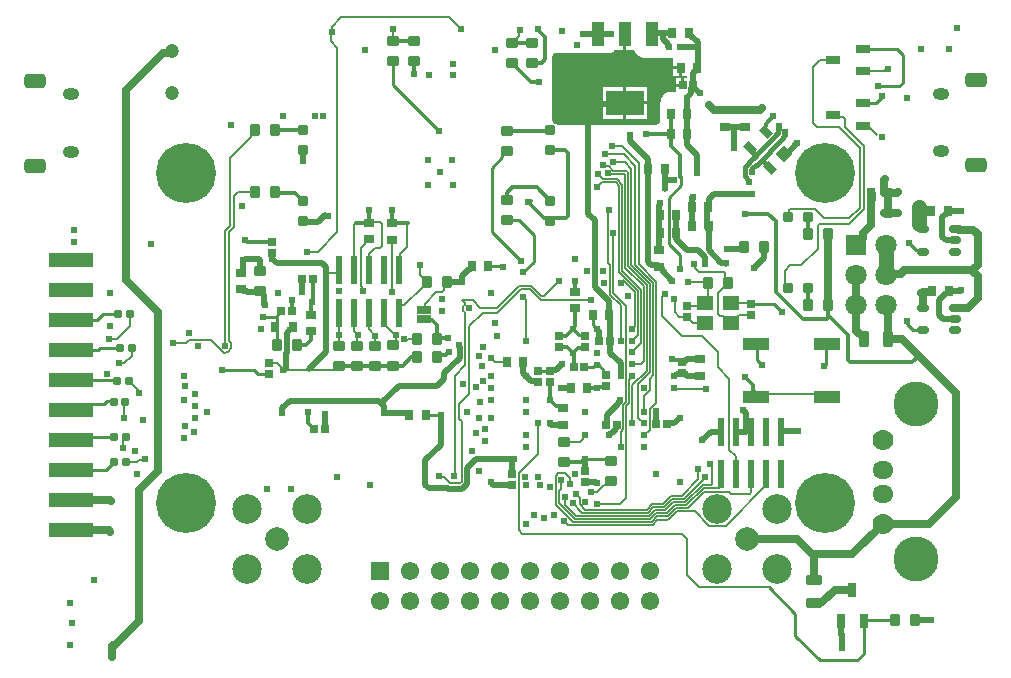
<source format=gbl>
G04*
G04 #@! TF.GenerationSoftware,Altium Limited,Altium Designer,19.1.7 (138)*
G04*
G04 Layer_Physical_Order=4*
G04 Layer_Color=16711680*
%FSLAX25Y25*%
%MOIN*%
G70*
G01*
G75*
%ADD12C,0.02000*%
%ADD14C,0.00500*%
%ADD17C,0.01000*%
G04:AMPARAMS|DCode=24|XSize=23.62mil|YSize=23.62mil|CornerRadius=2.36mil|HoleSize=0mil|Usage=FLASHONLY|Rotation=270.000|XOffset=0mil|YOffset=0mil|HoleType=Round|Shape=RoundedRectangle|*
%AMROUNDEDRECTD24*
21,1,0.02362,0.01890,0,0,270.0*
21,1,0.01890,0.02362,0,0,270.0*
1,1,0.00472,-0.00945,-0.00945*
1,1,0.00472,-0.00945,0.00945*
1,1,0.00472,0.00945,0.00945*
1,1,0.00472,0.00945,-0.00945*
%
%ADD24ROUNDEDRECTD24*%
%ADD27R,0.02520X0.02520*%
%ADD28R,0.05512X0.04724*%
G04:AMPARAMS|DCode=29|XSize=39.37mil|YSize=35.43mil|CornerRadius=4.43mil|HoleSize=0mil|Usage=FLASHONLY|Rotation=0.000|XOffset=0mil|YOffset=0mil|HoleType=Round|Shape=RoundedRectangle|*
%AMROUNDEDRECTD29*
21,1,0.03937,0.02657,0,0,0.0*
21,1,0.03051,0.03543,0,0,0.0*
1,1,0.00886,0.01526,-0.01329*
1,1,0.00886,-0.01526,-0.01329*
1,1,0.00886,-0.01526,0.01329*
1,1,0.00886,0.01526,0.01329*
%
%ADD29ROUNDEDRECTD29*%
%ADD31R,0.02520X0.02520*%
%ADD32R,0.02953X0.03740*%
G04:AMPARAMS|DCode=33|XSize=39.37mil|YSize=35.43mil|CornerRadius=4.43mil|HoleSize=0mil|Usage=FLASHONLY|Rotation=270.000|XOffset=0mil|YOffset=0mil|HoleType=Round|Shape=RoundedRectangle|*
%AMROUNDEDRECTD33*
21,1,0.03937,0.02657,0,0,270.0*
21,1,0.03051,0.03543,0,0,270.0*
1,1,0.00886,-0.01329,-0.01526*
1,1,0.00886,-0.01329,0.01526*
1,1,0.00886,0.01329,0.01526*
1,1,0.00886,0.01329,-0.01526*
%
%ADD33ROUNDEDRECTD33*%
%ADD41R,0.03740X0.02953*%
%ADD42R,0.15000X0.05000*%
%ADD94C,0.00600*%
%ADD95C,0.01500*%
%ADD96C,0.02500*%
%ADD97C,0.00800*%
%ADD98C,0.01200*%
%ADD99C,0.05000*%
%ADD101C,0.04724*%
%ADD102C,0.07874*%
%ADD103C,0.09843*%
%ADD104R,0.06102X0.06102*%
%ADD105C,0.06102*%
G04:AMPARAMS|DCode=106|XSize=39.37mil|YSize=55.12mil|CornerRadius=19.68mil|HoleSize=0mil|Usage=FLASHONLY|Rotation=90.000|XOffset=0mil|YOffset=0mil|HoleType=Round|Shape=RoundedRectangle|*
%AMROUNDEDRECTD106*
21,1,0.03937,0.01575,0,0,90.0*
21,1,0.00000,0.05512,0,0,90.0*
1,1,0.03937,0.00787,0.00000*
1,1,0.03937,0.00787,0.00000*
1,1,0.03937,-0.00787,0.00000*
1,1,0.03937,-0.00787,0.00000*
%
%ADD106ROUNDEDRECTD106*%
G04:AMPARAMS|DCode=107|XSize=47.24mil|YSize=70.87mil|CornerRadius=11.81mil|HoleSize=0mil|Usage=FLASHONLY|Rotation=90.000|XOffset=0mil|YOffset=0mil|HoleType=Round|Shape=RoundedRectangle|*
%AMROUNDEDRECTD107*
21,1,0.04724,0.04724,0,0,90.0*
21,1,0.02362,0.07087,0,0,90.0*
1,1,0.02362,0.02362,0.01181*
1,1,0.02362,0.02362,-0.01181*
1,1,0.02362,-0.02362,-0.01181*
1,1,0.02362,-0.02362,0.01181*
%
%ADD107ROUNDEDRECTD107*%
%ADD108C,0.07087*%
%ADD109R,0.07087X0.07087*%
%ADD110C,0.15000*%
%ADD111C,0.07000*%
%ADD112O,0.07000X0.06000*%
%ADD113C,0.02400*%
%ADD114C,0.20000*%
%ADD115R,0.09055X0.04331*%
%ADD116R,0.02362X0.09449*%
%ADD117R,0.02559X0.04724*%
G04:AMPARAMS|DCode=118|XSize=51.18mil|YSize=31.5mil|CornerRadius=3.94mil|HoleSize=0mil|Usage=FLASHONLY|Rotation=0.000|XOffset=0mil|YOffset=0mil|HoleType=Round|Shape=RoundedRectangle|*
%AMROUNDEDRECTD118*
21,1,0.05118,0.02362,0,0,0.0*
21,1,0.04331,0.03150,0,0,0.0*
1,1,0.00787,0.02165,-0.01181*
1,1,0.00787,-0.02165,-0.01181*
1,1,0.00787,-0.02165,0.01181*
1,1,0.00787,0.02165,0.01181*
%
%ADD118ROUNDEDRECTD118*%
%ADD119R,0.05000X0.02500*%
%ADD120R,0.02520X0.03622*%
G04:AMPARAMS|DCode=121|XSize=31.5mil|YSize=31.5mil|CornerRadius=3.94mil|HoleSize=0mil|Usage=FLASHONLY|Rotation=270.000|XOffset=0mil|YOffset=0mil|HoleType=Round|Shape=RoundedRectangle|*
%AMROUNDEDRECTD121*
21,1,0.03150,0.02362,0,0,270.0*
21,1,0.02362,0.03150,0,0,270.0*
1,1,0.00787,-0.01181,-0.01181*
1,1,0.00787,-0.01181,0.01181*
1,1,0.00787,0.01181,0.01181*
1,1,0.00787,0.01181,-0.01181*
%
%ADD121ROUNDEDRECTD121*%
%ADD122R,0.03937X0.08465*%
%ADD123R,0.12795X0.08465*%
%ADD124P,0.05568X4X90.0*%
G04:AMPARAMS|DCode=125|XSize=23.62mil|YSize=39.37mil|CornerRadius=0mil|HoleSize=0mil|Usage=FLASHONLY|Rotation=45.000|XOffset=0mil|YOffset=0mil|HoleType=Round|Shape=Rectangle|*
%AMROTATEDRECTD125*
4,1,4,0.00557,-0.02227,-0.02227,0.00557,-0.00557,0.02227,0.02227,-0.00557,0.00557,-0.02227,0.0*
%
%ADD125ROTATEDRECTD125*%

%ADD126R,0.04724X0.02559*%
G04:AMPARAMS|DCode=127|XSize=41.34mil|YSize=23.62mil|CornerRadius=5.91mil|HoleSize=0mil|Usage=FLASHONLY|Rotation=0.000|XOffset=0mil|YOffset=0mil|HoleType=Round|Shape=RoundedRectangle|*
%AMROUNDEDRECTD127*
21,1,0.04134,0.01181,0,0,0.0*
21,1,0.02953,0.02362,0,0,0.0*
1,1,0.01181,0.01476,-0.00591*
1,1,0.01181,-0.01476,-0.00591*
1,1,0.01181,-0.01476,0.00591*
1,1,0.01181,0.01476,0.00591*
%
%ADD127ROUNDEDRECTD127*%
G04:AMPARAMS|DCode=128|XSize=51.18mil|YSize=31.5mil|CornerRadius=3.94mil|HoleSize=0mil|Usage=FLASHONLY|Rotation=270.000|XOffset=0mil|YOffset=0mil|HoleType=Round|Shape=RoundedRectangle|*
%AMROUNDEDRECTD128*
21,1,0.05118,0.02362,0,0,270.0*
21,1,0.04331,0.03150,0,0,270.0*
1,1,0.00787,-0.01181,-0.02165*
1,1,0.00787,-0.01181,0.02165*
1,1,0.00787,0.01181,0.02165*
1,1,0.00787,0.01181,-0.02165*
%
%ADD128ROUNDEDRECTD128*%
G04:AMPARAMS|DCode=129|XSize=31.5mil|YSize=31.5mil|CornerRadius=3.94mil|HoleSize=0mil|Usage=FLASHONLY|Rotation=180.000|XOffset=0mil|YOffset=0mil|HoleType=Round|Shape=RoundedRectangle|*
%AMROUNDEDRECTD129*
21,1,0.03150,0.02362,0,0,180.0*
21,1,0.02362,0.03150,0,0,180.0*
1,1,0.00787,-0.01181,0.01181*
1,1,0.00787,0.01181,0.01181*
1,1,0.00787,0.01181,-0.01181*
1,1,0.00787,-0.01181,-0.01181*
%
%ADD129ROUNDEDRECTD129*%
G36*
X202772Y207289D02*
X204791D01*
X205253Y207259D01*
X205259Y207226D01*
X205537Y206556D01*
X205940Y205953D01*
X206453Y205440D01*
X207056Y205037D01*
X207726Y204759D01*
X208437Y204618D01*
X208800Y204600D01*
X218243D01*
X218412Y204170D01*
X218412D01*
Y201800D01*
X220888D01*
Y201300D01*
X221388D01*
Y198430D01*
X222800D01*
Y197660D01*
X221989D01*
Y195400D01*
X221489D01*
Y194900D01*
X219229D01*
Y193200D01*
X217500D01*
X217167Y193184D01*
X216513Y193054D01*
X215897Y192798D01*
X215343Y192428D01*
X214872Y191957D01*
X214502Y191403D01*
X214246Y190787D01*
X214116Y190133D01*
X214100Y189800D01*
Y183782D01*
X213780Y183010D01*
X213190Y182420D01*
X212418Y182100D01*
X179862D01*
X179177Y182384D01*
X178960Y182529D01*
X178435Y183054D01*
X178100Y183862D01*
Y184300D01*
Y205079D01*
X178313Y205593D01*
X178707Y205987D01*
X179221Y206200D01*
X197300D01*
X197612Y206231D01*
X198189Y206470D01*
X198630Y206911D01*
X198804Y207330D01*
X199304Y207289D01*
Y207289D01*
X201772D01*
Y212521D01*
X202772D01*
Y207289D01*
D02*
G37*
%LPC*%
G36*
X220388Y200800D02*
X218412D01*
Y198430D01*
X220388D01*
Y200800D01*
D02*
G37*
G36*
X220989Y197660D02*
X219229D01*
Y195900D01*
X220989D01*
Y197660D01*
D02*
G37*
G36*
X209670Y194722D02*
X202772D01*
Y189989D01*
X209670D01*
Y194722D01*
D02*
G37*
G36*
X201772D02*
X194875D01*
Y189989D01*
X201772D01*
Y194722D01*
D02*
G37*
G36*
X209670Y188989D02*
X202772D01*
Y184257D01*
X209670D01*
Y188989D01*
D02*
G37*
G36*
X201772D02*
X194875D01*
Y184257D01*
X201772D01*
Y188989D01*
D02*
G37*
%LPD*%
D12*
X226500Y200800D02*
Y208200D01*
X222900Y191308D02*
X224249Y192657D01*
X222900Y191200D02*
Y191308D01*
X222975Y175325D02*
Y185866D01*
X215455Y161000D02*
Y164300D01*
X224606Y148622D02*
Y158106D01*
X213600Y140456D02*
Y155500D01*
X242600Y79945D02*
Y86292D01*
X95000Y149866D02*
X100066D01*
X102300Y152100D01*
X229900Y154700D02*
X230300Y155100D01*
X229700Y147900D02*
Y154344D01*
X210000Y160200D02*
Y170900D01*
X235723Y136076D02*
X235900Y135900D01*
X140900Y85500D02*
X140924Y85476D01*
X228800Y135800D02*
Y138164D01*
X197660Y212521D02*
X197700Y212481D01*
X193217Y212521D02*
X197660D01*
X216700Y208383D02*
Y209055D01*
Y208383D02*
X216723Y208359D01*
Y208077D02*
Y208359D01*
Y208077D02*
X216800Y208000D01*
X214800Y212800D02*
X217944D01*
X211607D02*
X214800D01*
Y210955D02*
X216700Y209055D01*
X214800Y210955D02*
Y212800D01*
X211328Y212521D02*
X211607Y212800D01*
X121900Y86000D02*
Y88600D01*
X121100Y89400D02*
X121900Y88600D01*
X120300Y90200D02*
X121100Y89400D01*
X147150Y104650D02*
Y108302D01*
X146800Y108652D02*
X147150Y108302D01*
X146800Y108652D02*
Y108760D01*
X142028Y99528D02*
X147150Y104650D01*
X142028Y97480D02*
Y99528D01*
X139748Y95200D02*
X142028Y97480D01*
X126900Y95200D02*
X139748D01*
X121100Y89400D02*
X126900Y95200D01*
X135700Y70400D02*
X140900Y75600D01*
Y85217D01*
X140924Y85241D01*
Y85476D01*
X135700Y62172D02*
Y70400D01*
Y62172D02*
X136872Y61000D01*
X143254D01*
X143354Y60900D01*
X147946D01*
X149600Y62554D01*
Y67800D01*
X152666Y70866D01*
X165354D01*
X121900Y86000D02*
X129968D01*
X130444Y85524D01*
Y85500D02*
Y85524D01*
X147648Y129724D02*
X148029Y130106D01*
Y131785D01*
X150374Y134130D01*
X150768D01*
X151244Y134606D01*
Y135000D01*
X225371Y194629D02*
X227300Y192700D01*
X225371Y194629D02*
Y195140D01*
X225111Y195400D02*
X225371Y195140D01*
X222975Y185866D02*
Y191275D01*
X224249Y192657D02*
Y194538D01*
X225111Y195400D01*
X226500Y208200D02*
Y209756D01*
X220600Y208200D02*
X226500D01*
X226200Y200706D02*
Y200800D01*
X225111Y199617D02*
X226200Y200706D01*
X225111Y195400D02*
Y199617D01*
X224326Y211930D02*
X226500Y209756D01*
X223932Y211930D02*
X224326D01*
X223456Y212406D02*
X223932Y211930D01*
X223456Y212406D02*
Y212800D01*
X188300Y212521D02*
X193217D01*
X188976Y66835D02*
Y70866D01*
X17717Y137047D02*
X18800Y138131D01*
X82100Y122200D02*
Y125247D01*
X81568Y125779D02*
X82100Y125247D01*
X81568Y125779D02*
Y125976D01*
X80797Y126747D02*
X81568Y125976D01*
X80600Y126747D02*
X80797D01*
X76483Y126400D02*
X80400D01*
X76022Y126861D02*
X76483Y126400D01*
X74918Y126861D02*
X76022D01*
X74442Y127338D02*
X74918Y126861D01*
X74800Y133208D02*
Y137000D01*
X75692Y137492D02*
X80300D01*
X75200Y137000D02*
X75692Y137492D01*
X80300D02*
X80577Y137215D01*
Y133463D02*
Y137215D01*
Y133463D02*
X80600Y133440D01*
X74442Y132850D02*
X74800Y133208D01*
X94900Y170100D02*
Y170208D01*
X95000Y170308D01*
Y173819D01*
X259700Y176200D02*
Y176300D01*
X256151Y172651D02*
X259700Y176200D01*
X255414Y172651D02*
X256151D01*
X90500Y90200D02*
X120300D01*
X88077Y87776D02*
X90500Y90200D01*
X88077Y86177D02*
Y87776D01*
X88000Y86100D02*
X88077Y86177D01*
X102300Y85600D02*
Y85700D01*
X102205Y85505D02*
X102300Y85600D01*
X102205Y80772D02*
Y85505D01*
X102559Y106359D02*
Y125583D01*
X97000Y100800D02*
X102559Y106359D01*
X94600Y126600D02*
X94646Y126646D01*
Y130905D01*
X86184Y136000D02*
X101428D01*
X102600Y134828D01*
X84646Y137539D02*
X86184Y136000D01*
X102600Y131884D02*
Y134828D01*
Y126100D02*
Y131884D01*
X89200Y100800D02*
Y106004D01*
X88900Y100800D02*
X89200D01*
Y106004D02*
X89492Y106296D01*
Y112881D01*
X90664Y114053D01*
X91197D01*
X91457Y114313D01*
Y114864D01*
X222100Y103200D02*
X223034Y104134D01*
X227214D01*
X222200Y99400D02*
X222978Y98622D01*
X227214D01*
X218700Y98400D02*
X219607Y99307D01*
X221140D01*
X221400Y99567D01*
X300700Y153800D02*
X301000Y153500D01*
X304331D01*
X298847Y17000D02*
X304200D01*
X228100Y77100D02*
X230945Y79945D01*
X234400D01*
X239400D02*
X242600D01*
X241700Y87192D02*
X242600Y86292D01*
X241700Y87192D02*
Y87300D01*
X254455Y80000D02*
X259800D01*
X254400Y79945D02*
X254455Y80000D01*
X245300Y134600D02*
X248596Y137896D01*
Y141255D01*
X248778Y141437D01*
X222975Y191275D02*
X223000Y191300D01*
X226300Y166000D02*
Y172000D01*
X222975Y175325D02*
X226300Y172000D01*
X219356Y144144D02*
Y146200D01*
X226447Y140600D02*
X227618Y139428D01*
Y139346D02*
Y139428D01*
Y139346D02*
X228800Y138164D01*
X222900Y140600D02*
X226447D01*
X219356Y144144D02*
X222900Y140600D01*
X219356Y146200D02*
Y152300D01*
X230118Y140382D02*
Y148622D01*
Y140382D02*
X234423Y136076D01*
X235723D01*
X215455Y160955D02*
X215500Y161000D01*
X215455Y160900D02*
Y160955D01*
X213800Y155700D02*
Y156100D01*
X213600Y155500D02*
X213800Y155700D01*
X209800Y160300D02*
X209900Y160400D01*
X209800Y136592D02*
Y160300D01*
Y136592D02*
X210972Y135421D01*
X213124D01*
X213600Y134944D01*
X214470Y133654D02*
X217817Y130307D01*
X214470Y133654D02*
Y134468D01*
X214038Y134900D02*
X214470Y134468D01*
X213800Y134900D02*
X214038D01*
X241313Y140847D02*
X242100Y141633D01*
X236221Y140847D02*
X241313D01*
X242100Y141633D02*
Y142000D01*
X229700Y154344D02*
X230056Y154700D01*
X230300Y155100D02*
Y157400D01*
X232028Y159128D01*
X244700D01*
X215455Y164300D02*
Y167323D01*
Y164300D02*
X216055Y163700D01*
X218700D01*
X224606Y158106D02*
X224800Y158300D01*
X204100Y176800D02*
X210000Y170900D01*
X204100Y176800D02*
Y178900D01*
X235700Y181588D02*
X242200D01*
X238700Y180700D02*
X238900Y180900D01*
X238700Y174409D02*
Y180700D01*
X235688Y181588D02*
X235700D01*
X235400Y181300D02*
X235688Y181588D01*
X309842Y153500D02*
X314300D01*
X308046Y144872D02*
Y151458D01*
X309218Y152630D01*
X309366D01*
X309842Y153106D01*
Y153500D01*
X308046Y144872D02*
X309218Y143701D01*
X312377D01*
X314169Y126969D02*
X314400Y127200D01*
X310236Y126969D02*
X314169D01*
X307062Y121462D02*
X307100Y121500D01*
Y123832D01*
X309366Y126098D01*
X309760D01*
X310236Y126575D01*
Y126969D01*
X307062Y118778D02*
Y121462D01*
Y118778D02*
X308440Y117400D01*
X312377D01*
X218687Y82860D02*
X220473Y84646D01*
X216638Y82860D02*
X218687D01*
X216378Y82600D02*
X216638Y82860D01*
X212661Y86569D02*
Y86677D01*
Y86569D02*
X212756Y86474D01*
Y82600D02*
Y86474D01*
X157512Y63024D02*
X157620D01*
X158355Y62289D01*
X164600D01*
X165354Y70758D02*
Y70866D01*
X164600Y70004D02*
X165354Y70758D01*
X164600Y65911D02*
Y70004D01*
X192805Y62900D02*
X192913D01*
X192555Y63150D02*
X192805Y62900D01*
X188913Y63150D02*
X192555D01*
X188913Y66772D02*
X188976Y66835D01*
X196850Y78740D02*
X197650Y79540D01*
X197991D01*
X199386Y80935D01*
Y82040D01*
X199646Y82300D01*
X196300Y85600D02*
X200000Y89300D01*
Y89550D01*
X200550Y90100D01*
Y90274D01*
X200750Y90474D01*
Y90583D01*
X196300Y83682D02*
Y85600D01*
X196283Y83665D02*
X196300Y83682D01*
X196283Y82560D02*
Y83665D01*
X196024Y82300D02*
X196283Y82560D01*
X177181Y82661D02*
X177663Y82180D01*
X181693D01*
X181102Y94488D02*
X184252D01*
X169316Y98488D02*
Y98596D01*
X168386Y99526D02*
X169316Y98596D01*
X168386Y99526D02*
Y103315D01*
X169316Y98488D02*
X170930Y96874D01*
X172968D01*
X173228Y96614D01*
X179236Y100496D02*
X181134Y102394D01*
X177425Y100496D02*
X179236D01*
X177165Y100236D02*
X177425Y100496D01*
X193628Y110100D02*
Y113382D01*
X197106Y118961D02*
Y123348D01*
X192276Y128179D02*
X197106Y123348D01*
X192276Y128179D02*
Y150378D01*
X190094Y152559D02*
X192276Y150378D01*
X190094Y152559D02*
Y185173D01*
X194046Y189125D01*
X201908D01*
X202272Y189489D01*
X197106Y118961D02*
X197250Y118817D01*
Y110100D02*
Y118817D01*
Y106284D02*
X200787Y102747D01*
X197250Y106284D02*
Y110100D01*
X200787Y98457D02*
Y102747D01*
X143110Y129724D02*
X147648D01*
X274606Y7874D02*
Y11811D01*
X274343Y12075D02*
X274606Y11811D01*
X274343Y12075D02*
Y16877D01*
D14*
X184900Y56100D02*
X188050Y52950D01*
X193000Y55900D02*
X200700D01*
X181890Y50231D02*
X182085D01*
X183366Y48950D01*
X182378Y55622D02*
Y58279D01*
Y55622D02*
X186050Y51950D01*
X180428Y55986D02*
Y60130D01*
Y55986D02*
X185464Y50950D01*
X179428Y55572D02*
X185050Y49950D01*
X179428Y55572D02*
Y62772D01*
X181102Y60804D02*
Y63976D01*
X180428Y60130D02*
X181102Y60804D01*
X104300Y210000D02*
Y213018D01*
X104467Y213184D01*
X104300Y210000D02*
X106400Y207900D01*
Y146500D02*
Y207900D01*
X99800Y139900D02*
X106400Y146500D01*
X96400Y139900D02*
X99800D01*
X104467Y213184D02*
Y214967D01*
X107600Y218100D01*
X143600D01*
X147700Y214000D01*
X201682Y130367D02*
X205600Y126449D01*
X148900Y122292D02*
Y122800D01*
X148436Y121828D02*
X148900Y122292D01*
X148436Y120213D02*
Y121828D01*
Y120213D02*
X148900Y119748D01*
Y102000D02*
Y119748D01*
X148000Y123700D02*
X148900Y122800D01*
X145500Y98600D02*
X148900Y102000D01*
X196600Y62960D02*
Y63500D01*
X190900Y59700D02*
X192800D01*
X195256Y62156D01*
X195796D01*
X196600Y62960D01*
X202600Y57800D02*
Y71301D01*
X200700Y55900D02*
X202600Y57800D01*
Y71301D02*
X202750Y71451D01*
X226700Y64000D02*
Y67600D01*
X221150Y58450D02*
X226700Y64000D01*
X210712Y50950D02*
X212607Y52844D01*
X210298Y51950D02*
X212192Y53844D01*
X209884Y52950D02*
X211778Y54844D01*
X211541Y48950D02*
X213055Y50464D01*
X217548Y58450D02*
X221150D01*
X214942Y55844D02*
X217548Y58450D01*
X211364Y55844D02*
X214942D01*
X209470Y53950D02*
X211364Y55844D01*
X188892Y53950D02*
X209470D01*
X188050Y52950D02*
X209884D01*
X186050Y51950D02*
X210298D01*
X185464Y50950D02*
X210712D01*
X185050Y49950D02*
X211127D01*
X213021Y51844D01*
X183366Y48950D02*
X211541D01*
X187150Y55692D02*
X188892Y53950D01*
X187150Y55692D02*
Y57308D01*
X187242Y57400D01*
Y57814D01*
X186057Y59000D02*
X187242Y57814D01*
X228900Y64443D02*
Y64900D01*
X221907Y57450D02*
X228900Y64443D01*
X217962Y57450D02*
X221907D01*
X215356Y54844D02*
X217962Y57450D01*
X211778Y54844D02*
X215356D01*
X230500Y69300D02*
X231200Y68600D01*
Y62590D02*
Y68600D01*
X230907Y62297D02*
X231200Y62590D01*
X228169Y62297D02*
X230907D01*
X233469Y61297D02*
X234400Y62228D01*
Y65772D01*
X237037Y59963D02*
X237748Y59252D01*
X228663Y59963D02*
X237037D01*
X228583Y61297D02*
X233469D01*
X235792Y48620D02*
X249400Y62228D01*
X230438Y48620D02*
X235792D01*
X225608Y53450D02*
X230438Y48620D01*
X219619Y53450D02*
X225608D01*
X213055Y50464D02*
X216378D01*
X219205Y54450D02*
X223150D01*
X249400Y62228D02*
Y65772D01*
X216378Y50464D02*
X216758Y50844D01*
X217013D01*
X223150Y54450D02*
X228663Y59963D01*
X237748Y59252D02*
X243863D01*
X218791Y55450D02*
X222736D01*
X228583Y61297D01*
X222322Y56450D02*
X228169Y62297D01*
X239400Y65772D02*
Y71669D01*
X237106Y73962D02*
X239400Y71669D01*
X237106Y73962D02*
Y97487D01*
X218376Y56450D02*
X222322D01*
X215771Y53844D02*
X218376Y56450D01*
X212192Y53844D02*
X215771D01*
X216185Y52844D02*
X218791Y55450D01*
X212607Y52844D02*
X216185D01*
X216599Y51844D02*
X219205Y54450D01*
X213021Y51844D02*
X216599D01*
X179152Y65152D02*
X180100Y66100D01*
X179152Y63169D02*
Y65152D01*
Y63169D02*
X179250Y63071D01*
Y62950D02*
Y63071D01*
Y62950D02*
X179428Y62772D01*
X180100Y66100D02*
X182400D01*
X166800Y66000D02*
X173228Y72428D01*
X166800Y47000D02*
Y66000D01*
X182650Y65750D02*
X183800Y64600D01*
X182400Y66100D02*
X182700Y65800D01*
X183800Y62800D02*
Y64600D01*
X219100Y94582D02*
Y94800D01*
Y94582D02*
X219382Y94300D01*
X229400D01*
X151600Y123700D02*
X154100Y121200D01*
X148000Y123700D02*
X151600D01*
X154100Y121200D02*
X155500D01*
X145500Y65800D02*
Y98600D01*
X145300Y65600D02*
X145500Y65800D01*
X155552Y121148D02*
X159652D01*
X155500Y121200D02*
X155552Y121148D01*
X217013Y50844D02*
X219619Y53450D01*
X243863Y59252D02*
X244400Y59788D01*
X166800Y47000D02*
X167900Y45900D01*
X239853Y28079D02*
X250200D01*
X239774Y28000D02*
X239853Y28079D01*
X227000Y28000D02*
X239774D01*
X222800Y32200D02*
X227000Y28000D01*
X222800Y32200D02*
Y44277D01*
X221177Y45900D02*
X222800Y44277D01*
X167900Y45900D02*
X221177D01*
X173228Y72428D02*
Y82677D01*
X159652Y121148D02*
X167055Y128550D01*
X170948D01*
X174298Y125200D01*
X175274D01*
X180374Y130300D01*
X168300Y124958D02*
X169210Y124048D01*
Y110236D02*
Y124048D01*
X196496Y136273D02*
X197420Y135348D01*
Y125585D02*
Y135348D01*
X198425Y125994D02*
Y146281D01*
X200375Y133088D02*
X206674Y126789D01*
X200375Y133088D02*
Y161829D01*
X201375Y133502D02*
Y162243D01*
Y133502D02*
X207674Y127203D01*
X202375Y134628D02*
X208674Y128329D01*
X202375Y134628D02*
Y165638D01*
X203375Y135042D02*
Y166350D01*
Y135042D02*
X209674Y128743D01*
X204375Y135456D02*
Y167582D01*
Y135456D02*
X210674Y129157D01*
X205709Y135537D02*
Y168434D01*
Y135537D02*
X211674Y129571D01*
X199569Y164050D02*
X201375Y162243D01*
X202038Y165975D02*
X202375Y165638D01*
X196496Y136273D02*
Y139647D01*
X202272Y169685D02*
X204375Y167582D01*
X197420Y125585D02*
X200787Y122218D01*
X199154Y163050D02*
X200375Y161829D01*
X201800Y172343D02*
X205709Y168434D01*
X198425Y125994D02*
X202737Y121682D01*
X202750Y166975D02*
X203375Y166350D01*
X196475Y139668D02*
X196496Y139647D01*
X196475Y139668D02*
Y153328D01*
X200886Y129571D02*
Y129876D01*
X205600Y115112D02*
Y126449D01*
X204724Y114236D02*
X205600Y115112D01*
X206674Y112186D02*
Y126789D01*
X209674Y100304D02*
Y128743D01*
X210674Y99705D02*
Y129157D01*
X211674Y98680D02*
Y129571D01*
X212674Y89485D02*
Y129985D01*
X206972Y135687D02*
X212674Y129985D01*
X206972Y135687D02*
Y169625D01*
X200787Y110236D02*
Y122218D01*
X202737Y97649D02*
Y121682D01*
X214630Y125014D02*
X215600Y125984D01*
X214630Y118397D02*
Y125014D01*
Y118397D02*
X221336Y111691D01*
X228100D01*
X233216Y106576D01*
Y101378D02*
Y106576D01*
Y101378D02*
X237106Y97487D01*
X202750Y71451D02*
Y88411D01*
X244400Y59788D02*
Y65772D01*
X202750Y88411D02*
X203700Y89361D01*
Y95744D01*
X203750Y95794D01*
Y97214D01*
X202700Y97611D02*
X202737Y97649D01*
X202700Y89775D02*
Y97611D01*
X201750Y88825D02*
X202700Y89775D01*
X201750Y80824D02*
Y88825D01*
X200787Y79861D02*
X201750Y80824D01*
X200787Y74803D02*
Y79861D01*
X204700Y82677D02*
Y95330D01*
X209674Y100304D01*
X203750Y97214D02*
X204700Y98164D01*
Y98457D01*
X196475Y153328D02*
X196832Y153684D01*
X194850Y164050D02*
X199569D01*
X193217Y165682D02*
X194850Y164050D01*
X194546Y163050D02*
X199154D01*
X192913Y161417D02*
X194546Y163050D01*
X194882Y168701D02*
X195062Y168521D01*
X196500Y166000D02*
X196525Y165975D01*
X198377Y166975D02*
X202750D01*
X196832Y168521D02*
X198377Y166975D01*
X195062Y168521D02*
X196832D01*
X195669Y172441D02*
X195768Y172343D01*
X196525Y165975D02*
X202038D01*
X198425Y169685D02*
X202272D01*
X195768Y172343D02*
X201800D01*
X197835Y175214D02*
X201384D01*
X206972Y169625D01*
X210611Y87422D02*
X212674Y89485D01*
X206711Y95742D02*
X210674Y99705D01*
X210611Y97617D02*
X211674Y98680D01*
X208674Y103359D02*
Y128329D01*
X207672Y102357D02*
X208674Y103359D01*
X204700Y102357D02*
X207672D01*
X207674Y109337D02*
Y127203D01*
X204700Y106362D02*
X207674Y109337D01*
X204724Y110236D02*
X206674Y112186D01*
X206711Y84628D02*
Y95742D01*
X210611Y93680D02*
Y97617D01*
X208661Y86614D02*
Y91731D01*
X210611Y93680D01*
X206711Y84628D02*
X208661Y82677D01*
X210611Y80622D02*
Y87422D01*
X208700Y78711D02*
X210611Y80622D01*
D17*
X17717Y117048D02*
X26265D01*
X17717Y117047D02*
X17717Y117048D01*
X26265D02*
X28319Y119102D01*
X33250D01*
X33638Y102709D02*
X33659Y102688D01*
X26717Y107047D02*
X27412Y107743D01*
X33863D01*
X17717Y107047D02*
X26717D01*
X17717Y97047D02*
X32717D01*
X33099Y96665D01*
X29666Y90062D02*
X31569D01*
X31831Y89800D01*
X28651Y89047D02*
X29666Y90062D01*
X19716Y89047D02*
X28651D01*
X17717Y87047D02*
X19716Y89047D01*
X18788Y78119D02*
X31971D01*
X17717Y77047D02*
X18788Y78119D01*
X29119Y67047D02*
X31936Y69864D01*
X17717Y67047D02*
X29119D01*
X162874Y150378D02*
X167000D01*
X171800Y145578D01*
Y136500D02*
Y145578D01*
X168300Y133000D02*
X171800Y136500D01*
X157819Y167919D02*
X161406Y171505D01*
Y172182D01*
X162678Y173453D01*
X162874D01*
X157819Y146481D02*
Y167919D01*
Y146481D02*
X167500Y136800D01*
X196634Y70866D02*
X197500Y70000D01*
X135956Y85500D02*
X140900D01*
X161500Y135000D02*
X161700Y134800D01*
X156756Y135000D02*
X161500D01*
X125069Y195331D02*
X140400Y180000D01*
X125069Y195331D02*
Y203346D01*
X188976Y70866D02*
X196634D01*
X285891Y189370D02*
X287861Y191339D01*
X281693Y189370D02*
X285891D01*
X193500Y102000D02*
X195106Y100394D01*
Y99500D02*
Y100394D01*
Y99500D02*
X195866Y98740D01*
X192321Y102100D02*
X192800D01*
X191721Y101500D02*
X192321Y102100D01*
X188772Y101500D02*
X191721D01*
X86065Y118265D02*
X86221Y118421D01*
Y118921D01*
Y108919D02*
Y118421D01*
Y118921D02*
X86800Y119500D01*
X81661Y118265D02*
X86065D01*
X86996Y119442D02*
X87354Y119800D01*
X87600D01*
X282500Y17102D02*
Y17200D01*
Y17102D02*
X282602Y17000D01*
X292154D01*
X221000Y164653D02*
Y164700D01*
Y162000D02*
Y164653D01*
X216880Y157879D02*
X221000Y162000D01*
X216880Y142520D02*
Y157879D01*
Y142520D02*
X220669Y138731D01*
Y134300D02*
Y138731D01*
X286600Y195200D02*
X293700D01*
X294800Y196300D01*
Y205500D01*
X292820Y207480D02*
X294800Y205500D01*
X281693Y207480D02*
X292820D01*
X296300Y115660D02*
Y116700D01*
Y115660D02*
X298300Y113660D01*
X301747D01*
X296800Y142800D02*
X299182Y140419D01*
X301289D01*
X301747Y139961D01*
X250200Y28079D02*
X259100Y19179D01*
Y11900D02*
Y19179D01*
Y11900D02*
X267300Y3700D01*
X279700D01*
X281823Y5823D01*
Y16877D01*
X177165Y100236D02*
X177165Y100236D01*
X173228Y100236D02*
X177165D01*
X186933Y112295D02*
X188529D01*
X188913Y111911D01*
X185024Y114205D02*
X186933Y112295D01*
X191595Y115524D02*
X192913Y114205D01*
X191595Y115524D02*
Y118961D01*
X268602Y101757D02*
X269117Y102272D01*
Y108193D01*
X246283Y103676D02*
X247794Y102165D01*
X246283Y103676D02*
Y108193D01*
X252079Y122374D02*
X254700Y119752D01*
X244335Y122374D02*
X252079D01*
X67809Y100488D02*
X78597D01*
X79802Y99283D01*
X83661D01*
D24*
X31936Y69864D02*
D03*
X35873D02*
D03*
X31971Y78119D02*
D03*
X35908D02*
D03*
X31831Y89800D02*
D03*
X35768D02*
D03*
X33099Y96665D02*
D03*
X37036D02*
D03*
X33863Y107743D02*
D03*
X37800D02*
D03*
X33250Y119102D02*
D03*
X37187D02*
D03*
D27*
X222934Y118259D02*
D03*
Y121881D02*
D03*
X244335Y122374D02*
D03*
Y118752D02*
D03*
X221400Y99567D02*
D03*
Y103189D02*
D03*
X173228Y96614D02*
D03*
Y100236D02*
D03*
X177165Y96614D02*
D03*
Y100236D02*
D03*
X188913Y108289D02*
D03*
Y111911D02*
D03*
X180118Y108289D02*
D03*
Y111911D02*
D03*
X195866Y95118D02*
D03*
Y98740D02*
D03*
X188913Y66772D02*
D03*
Y63150D02*
D03*
X164600Y65911D02*
D03*
Y62289D02*
D03*
X83661Y102905D02*
D03*
Y99283D02*
D03*
X84646Y139528D02*
D03*
Y143150D02*
D03*
D28*
X237515Y116153D02*
D03*
X228854D02*
D03*
Y122846D02*
D03*
X237515D02*
D03*
D29*
X197500Y63454D02*
D03*
Y70147D02*
D03*
X181800Y76647D02*
D03*
Y69954D02*
D03*
X80600Y133440D02*
D03*
Y126747D02*
D03*
X125000Y108661D02*
D03*
Y101969D02*
D03*
X119093Y108602D02*
D03*
Y101909D02*
D03*
X113031Y108602D02*
D03*
Y101909D02*
D03*
X106850Y108602D02*
D03*
Y101909D02*
D03*
X131890Y210039D02*
D03*
Y203346D02*
D03*
X125069Y203346D02*
D03*
Y210039D02*
D03*
X171383Y209408D02*
D03*
Y202715D02*
D03*
X164554Y202715D02*
D03*
Y209407D02*
D03*
X162874Y180147D02*
D03*
Y173453D02*
D03*
Y157071D02*
D03*
Y150378D02*
D03*
D31*
X225111Y195400D02*
D03*
X221489D02*
D03*
X185150Y101500D02*
D03*
X188772D02*
D03*
X197250Y110100D02*
D03*
X193628D02*
D03*
X212756Y82600D02*
D03*
X216378D02*
D03*
X196024Y82300D02*
D03*
X199646D02*
D03*
X98583Y80772D02*
D03*
X102205D02*
D03*
X87756Y120202D02*
D03*
X91378D02*
D03*
X94646Y130905D02*
D03*
X98268D02*
D03*
D32*
X156756Y135000D02*
D03*
X151244D02*
D03*
X135956Y85500D02*
D03*
X130444D02*
D03*
X226400Y201300D02*
D03*
X220888D02*
D03*
X223456Y212800D02*
D03*
X217944D02*
D03*
X197106Y118961D02*
D03*
X191595D02*
D03*
X189764Y94488D02*
D03*
X184252D02*
D03*
X168386Y103315D02*
D03*
X162874D02*
D03*
X213844Y146200D02*
D03*
X219356D02*
D03*
X213844Y152300D02*
D03*
X219356D02*
D03*
X224544Y154700D02*
D03*
X230056D02*
D03*
X224606Y148622D02*
D03*
X230118D02*
D03*
X215455Y167323D02*
D03*
X209943D02*
D03*
X222975Y179134D02*
D03*
X217463D02*
D03*
X222975Y185866D02*
D03*
X217463D02*
D03*
X284370Y159449D02*
D03*
X289882D02*
D03*
X284370Y152756D02*
D03*
X289882D02*
D03*
X304331Y153500D02*
D03*
X309842D02*
D03*
X304724Y126969D02*
D03*
X310236D02*
D03*
D33*
X248778Y141437D02*
D03*
X242085D02*
D03*
X143110Y129724D02*
D03*
X136417D02*
D03*
X292154Y17000D02*
D03*
X298847D02*
D03*
X229854Y129605D02*
D03*
X236546D02*
D03*
X132972Y104724D02*
D03*
X139665D02*
D03*
X132972Y110958D02*
D03*
X139665D02*
D03*
X92914Y108919D02*
D03*
X86221D02*
D03*
X85711Y180412D02*
D03*
X79018D02*
D03*
X85711Y159842D02*
D03*
X79018D02*
D03*
X270079Y122047D02*
D03*
X263386D02*
D03*
X269949Y145669D02*
D03*
X263256D02*
D03*
D41*
X117028Y149606D02*
D03*
Y144095D02*
D03*
X124679Y149409D02*
D03*
Y143898D02*
D03*
X74442Y132850D02*
D03*
Y127338D02*
D03*
X227214Y98622D02*
D03*
Y104134D02*
D03*
X185630Y126633D02*
D03*
Y121121D02*
D03*
X181693Y87691D02*
D03*
Y82180D02*
D03*
X97742Y118898D02*
D03*
Y113386D02*
D03*
X213600Y140456D02*
D03*
Y134944D02*
D03*
X235700Y187100D02*
D03*
Y181588D02*
D03*
X242200Y187100D02*
D03*
Y181588D02*
D03*
D42*
X17717Y47047D02*
D03*
Y57047D02*
D03*
Y67047D02*
D03*
Y77047D02*
D03*
Y87047D02*
D03*
Y97047D02*
D03*
Y107047D02*
D03*
Y117047D02*
D03*
Y127047D02*
D03*
Y137047D02*
D03*
D94*
X39960Y93244D02*
X40305Y92900D01*
X39960Y93244D02*
Y93740D01*
X37036Y96665D02*
X39960Y93740D01*
X39516Y69864D02*
X40223Y70571D01*
X41996D01*
X42323Y70898D01*
X35873Y69864D02*
X39516D01*
X34904Y74400D02*
X35084Y74579D01*
Y77295D01*
X35908Y78119D01*
X35332Y84614D02*
Y89363D01*
X35768Y89800D01*
X33638Y102709D02*
X35440D01*
X37800Y105069D01*
Y107743D01*
X30441Y110783D02*
X32912D01*
X37187Y115059D01*
Y119102D01*
X147800Y63300D02*
Y83500D01*
X147200Y62700D02*
X147800Y63300D01*
X144100Y62700D02*
X147200D01*
X150397Y115097D02*
X154900Y119600D01*
X150397Y94966D02*
Y115097D01*
X124700Y214300D02*
X125069Y213931D01*
Y210081D02*
Y213931D01*
Y210039D02*
Y210081D01*
X167000Y211853D02*
Y213400D01*
X166223Y211076D02*
X167000Y211853D01*
X166223Y210957D02*
Y211076D01*
X164674Y209407D02*
X166223Y210957D01*
X164554Y209407D02*
X164674D01*
X181800Y76647D02*
X187346D01*
X188323Y77623D01*
Y77663D01*
X189160Y78500D01*
X189200D01*
X64300Y110400D02*
X68600Y106100D01*
X56848Y110400D02*
X64300D01*
X56094Y109645D02*
X56848Y110400D01*
X52358Y109645D02*
X56094D01*
X52300Y109587D02*
X52358Y109645D01*
X52300Y109359D02*
Y109587D01*
X68600Y106100D02*
X69100D01*
X69602Y106602D01*
X69923D01*
X71095Y107773D01*
Y109430D01*
X70356Y110169D02*
X71095Y109430D01*
X70356Y110169D02*
Y146600D01*
X71800Y148044D01*
Y158500D01*
X73142Y159842D01*
X79018D01*
X70600Y148400D02*
Y171100D01*
X77688Y178189D01*
Y178755D01*
X78234Y179300D01*
X78800D01*
X69095Y146895D02*
X70600Y148400D01*
X69095Y108602D02*
Y146895D01*
X125744Y112205D02*
X125984D01*
Y109645D02*
Y112205D01*
X121968Y115980D02*
X125744Y112205D01*
X125000Y108661D02*
X125984Y109645D01*
X150300Y92500D02*
Y94869D01*
X121968Y115980D02*
Y119523D01*
X154900Y119600D02*
X155000Y119500D01*
X150300Y94869D02*
X150397Y94966D01*
X147000Y89200D02*
X150300Y92500D01*
X147000Y84300D02*
Y89200D01*
Y84300D02*
X147800Y83500D01*
X141885Y64915D02*
X144100Y62700D01*
X140685Y64915D02*
X141885D01*
X140400Y65200D02*
X140685Y64915D01*
X225394Y135693D02*
X225738Y135348D01*
Y134485D02*
Y135348D01*
X155105Y119523D02*
X159513D01*
X167490Y127500D01*
X170513D01*
X174305Y123707D01*
X190945D01*
X226916Y133307D02*
X235211D01*
X233200Y119170D02*
X233972Y118397D01*
X233200Y119170D02*
Y126258D01*
X234878Y127936D01*
X225738Y134485D02*
X226916Y133307D01*
X235211D02*
X235562Y132956D01*
X234877Y118397D02*
X237122Y116153D01*
X233972Y118397D02*
X234877D01*
X246283Y92445D02*
X269117D01*
X218898Y119752D02*
Y122796D01*
X218848Y122845D02*
X218898Y122796D01*
X218848Y122845D02*
Y123703D01*
X218504Y124047D02*
X218848Y123703D01*
X218898Y119752D02*
X220390Y118259D01*
X222934D01*
X225040Y116153D01*
X228854D01*
X243863Y122846D02*
X244335Y122374D01*
X237515Y122846D02*
X243863D01*
X237515Y116153D02*
X237909D01*
X239971Y118215D01*
Y118400D01*
X240323Y118752D01*
X244335D01*
X234878Y127936D02*
X234997D01*
X236546Y129485D01*
Y129605D01*
X237122Y116153D02*
X237515D01*
X227890Y121881D02*
X228854Y122846D01*
X222934Y121881D02*
X227890D01*
X228854Y122846D02*
X229854Y123845D01*
Y129605D01*
X229620Y129839D02*
X229854Y129605D01*
X223369Y129839D02*
X229620D01*
X235562Y130589D02*
Y132956D01*
Y130589D02*
X236546Y129605D01*
X114744Y126909D02*
Y128144D01*
Y126909D02*
X115000Y126654D01*
X119095Y108604D02*
Y111911D01*
X116969Y114037D02*
X119095Y111911D01*
X133858Y132283D02*
Y135496D01*
Y132283D02*
X134749Y131393D01*
X134868D01*
X136417Y129844D01*
Y129724D02*
Y129844D01*
X106968Y112205D02*
Y119523D01*
Y108720D02*
Y112205D01*
X106850Y108602D02*
X106968Y108720D01*
X113189Y112266D02*
Y112297D01*
X111969Y113517D02*
X113189Y112297D01*
X111969Y113517D02*
Y119523D01*
X116969Y114037D02*
Y119523D01*
X136417Y129605D02*
Y129724D01*
X134957Y128144D02*
X136417Y129605D01*
X134837Y128144D02*
X134957D01*
X128698Y122005D02*
X134837Y128144D01*
X127850Y122005D02*
X128698D01*
X126969Y121124D02*
X127850Y122005D01*
X126969Y119523D02*
Y121124D01*
X113031Y112108D02*
X113189Y112266D01*
X113031Y108602D02*
Y112108D01*
X119093Y108602D02*
X119095Y108604D01*
D95*
X245223Y172677D02*
G03*
X245224Y172676I1025J1023D01*
G01*
X244800Y173700D02*
G03*
X245223Y172677I1448J0D01*
G01*
X245224Y172676D01*
Y172176D02*
Y172676D01*
X243700Y163300D02*
Y163543D01*
X245650Y171750D02*
X250312Y176412D01*
X245224Y172176D02*
X245650Y171750D01*
X252766Y178815D02*
Y179064D01*
X250364Y176412D02*
X252766Y178815D01*
X250312Y176412D02*
X250364D01*
X245312Y171123D02*
X246044Y171856D01*
X246223Y168923D02*
X254966Y177666D01*
X248100Y170500D02*
X250681Y167919D01*
X253545Y181611D02*
X253717Y181783D01*
X253545Y180974D02*
Y181611D01*
X253318Y180747D02*
X253545Y180974D01*
X253318Y179616D02*
Y180747D01*
X252766Y179064D02*
X253318Y179616D01*
X255596Y179560D02*
X255768Y179732D01*
X255596Y178782D02*
Y179560D01*
X254966Y177666D02*
Y178153D01*
X255596Y178782D01*
X245914Y168923D02*
X246223D01*
X244772Y167782D02*
X245914Y168923D01*
X244772Y166772D02*
Y167782D01*
X244600Y166600D02*
X244772Y166772D01*
X245002Y171123D02*
X245312D01*
X242150Y168271D02*
X245002Y171123D01*
X242150Y165094D02*
Y168271D01*
Y165094D02*
X243700Y163543D01*
D96*
X288682Y159449D02*
Y163795D01*
X31300Y8500D02*
X31600Y8800D01*
X31300Y4700D02*
Y8500D01*
X247300Y187100D02*
X248000Y187800D01*
X242200Y187100D02*
X247300D01*
X231800D02*
X235700D01*
X230200Y188700D02*
X231800Y187100D01*
X235700D02*
X242200D01*
X31600Y8800D02*
X32200D01*
X30253Y47047D02*
X30700Y46600D01*
X17717Y47047D02*
X30253D01*
X17717Y57047D02*
X30753D01*
X30900Y56900D01*
X32200Y8800D02*
X40300Y16900D01*
Y60500D01*
X46500Y66700D01*
Y119900D01*
X35900Y130500D02*
X46500Y119900D01*
X35900Y130500D02*
Y193800D01*
X48367Y206267D01*
X50756D01*
X51181Y206693D01*
X288682Y163795D02*
X288937Y164050D01*
X288682Y159449D02*
X289882D01*
Y152756D02*
X293307D01*
X292914Y159449D02*
X293307Y159842D01*
X289882Y159449D02*
X292914D01*
X288682Y152756D02*
X289882D01*
X284400Y148731D02*
Y157840D01*
X281663Y145994D02*
X284400Y148731D01*
X284596Y157644D02*
X284665Y157575D01*
X284400Y157840D02*
X284596Y157644D01*
X300204Y105307D02*
X312672Y92840D01*
X294641Y110870D02*
X300204Y105307D01*
X301100Y126016D02*
X301747Y125369D01*
Y121140D02*
Y125369D01*
X301100Y126016D02*
X301564Y126479D01*
X304498D01*
X304724Y126706D01*
Y126969D01*
X269949Y145669D02*
X270079Y145539D01*
Y122047D02*
Y145539D01*
X284596Y157644D02*
Y159222D01*
X284370Y159449D02*
X284596Y159222D01*
X281663Y144341D02*
Y145994D01*
X279370Y142047D02*
X281663Y144341D01*
X289882Y152756D02*
Y159449D01*
X316590Y121140D02*
X319882Y124432D01*
X313284Y121140D02*
X316590D01*
X319882Y124432D02*
Y131693D01*
X312672Y58169D02*
Y92840D01*
X289862Y110870D02*
X294641D01*
X272177Y27113D02*
X278083D01*
X278083Y27113D01*
X268105Y23041D02*
X272177Y27113D01*
X265461Y23041D02*
X268105D01*
X265136Y22716D02*
X265461Y23041D01*
X264764Y39122D02*
X265136Y38750D01*
Y30590D02*
Y38750D01*
X264764Y39122D02*
X278083D01*
X288213Y49252D01*
X259594Y44291D02*
X264764Y39122D01*
X243110Y44291D02*
X259594D01*
X288213Y49252D02*
X303754D01*
X312672Y58169D01*
X279370Y122047D02*
Y132047D01*
Y113644D02*
X280835Y112179D01*
X281663D01*
X281988Y111855D01*
Y110870D02*
Y111855D01*
X279370Y113644D02*
Y122047D01*
X289370D02*
X289862Y121555D01*
Y110870D02*
Y121555D01*
X318082Y133493D02*
Y133696D01*
Y133493D02*
X319882Y131693D01*
X318417Y147244D02*
X319882Y145780D01*
X313708Y147244D02*
X318417D01*
X313580Y147372D02*
X313708Y147244D01*
X312446Y147372D02*
X313580D01*
X312377Y147441D02*
X312446Y147372D01*
X319882Y135496D02*
Y145780D01*
X318082Y133696D02*
X319882Y135496D01*
X295276Y133696D02*
X318082D01*
X294155Y132576D02*
X295276Y133696D01*
X289899Y132576D02*
X294155D01*
X289370Y132047D02*
X289899Y132576D01*
D97*
X243700Y163300D02*
G03*
X244183Y163100I483J483D01*
G01*
X267224Y203740D02*
X271457D01*
X264923Y201439D02*
X267224Y203740D01*
X264923Y182744D02*
Y201439D01*
Y182744D02*
X266296Y181371D01*
X273731D01*
X274200Y180903D01*
Y180833D02*
Y180903D01*
Y180833D02*
X280511Y174522D01*
Y154549D02*
Y174522D01*
X277082Y151120D02*
X280511Y154549D01*
X268602Y151120D02*
X277082D01*
X265474Y154248D02*
X268602Y151120D01*
X257367Y154248D02*
X265474D01*
X256899Y153779D02*
X257367Y154248D01*
X256899Y151993D02*
Y153779D01*
X256496Y151591D02*
X256899Y151993D01*
X275031Y184700D02*
X275500Y184231D01*
X273888Y184700D02*
X275031D01*
X273837Y184750D02*
X273888Y184700D01*
X272336Y184750D02*
X273837D01*
X271457Y185630D02*
X272336Y184750D01*
X275500Y181371D02*
Y184231D01*
Y181371D02*
X281811Y175060D01*
Y154011D02*
Y175060D01*
X276900Y149100D02*
X281811Y154011D01*
X267071Y149100D02*
X276900D01*
X266602Y148631D02*
X267071Y149100D01*
X266602Y140866D02*
Y148631D01*
X261085Y135348D02*
X266602Y140866D01*
X257250Y135348D02*
X261085D01*
X255506Y133604D02*
X257250Y135348D01*
X124500Y126400D02*
X124679Y126579D01*
X244600Y166600D02*
Y166830D01*
X283310Y181890D02*
X286419Y178781D01*
X281693Y181890D02*
X283310D01*
X128700Y110700D02*
X128919Y110481D01*
X129581D01*
X130058Y110958D02*
X132972D01*
X129581Y110481D02*
X130058Y110958D01*
X88386Y100559D02*
X104813D01*
X124679Y126579D02*
Y143898D01*
X129600Y141600D02*
Y148141D01*
X129615Y148156D01*
Y148715D01*
X130100Y149200D01*
X127152Y139152D02*
X129600Y141600D01*
X127152Y133880D02*
Y139152D01*
X126969Y133696D02*
X127152Y133880D01*
X118100Y149700D02*
X120731D01*
X121200Y149231D01*
Y141700D02*
Y149231D01*
X120500Y141000D02*
X121200Y141700D01*
X118800Y141000D02*
X120500D01*
X116969Y139169D02*
X118800Y141000D01*
X116969Y133696D02*
Y139169D01*
X112335Y149100D02*
X112700D01*
X111969Y148734D02*
X112335Y149100D01*
X111969Y133696D02*
Y148734D01*
X139300Y126400D02*
X141200D01*
X142028Y127228D01*
Y128159D01*
X142169Y128300D01*
X143100D01*
X135503Y122603D02*
X139300Y126400D01*
X135503Y120925D02*
Y122603D01*
X135200Y120622D02*
X135503Y120925D01*
X134028Y120700D02*
X134800D01*
X134878Y120622D01*
X135200D01*
X102600Y131884D02*
X103632Y132915D01*
X255506Y128959D02*
Y133604D01*
Y128959D02*
X256496Y127969D01*
X289429Y200689D02*
X289862D01*
X288740Y200000D02*
X289429Y200689D01*
X281693Y200000D02*
X288740D01*
X157566Y104331D02*
X157819D01*
X158835Y103315D01*
X162874D01*
X104813Y100559D02*
X104818Y100564D01*
X105505D01*
X106850Y101909D01*
X84646Y139528D02*
Y140157D01*
X103632Y132915D02*
X106187D01*
X106968Y133696D01*
X114173Y139000D02*
X114341Y138833D01*
X114173Y139000D02*
Y141240D01*
X115558Y142624D01*
Y143018D01*
X116634Y144095D01*
X117028D01*
X114341Y128548D02*
Y138833D01*
Y128548D02*
X114744Y128144D01*
X86268Y102905D02*
X88386Y100787D01*
X83661Y102905D02*
X86268D01*
D98*
X125069Y210081D02*
G03*
X125261Y210039I192J419D01*
G01*
X276575Y103903D02*
Y112125D01*
X270300Y118400D02*
X276575Y112125D01*
X30441Y110783D02*
Y111108D01*
X263189Y145736D02*
X263256Y145669D01*
X263189Y145736D02*
Y151591D01*
X162874Y157071D02*
Y159630D01*
X164661Y161417D01*
X172894D01*
X177421Y156890D01*
Y173819D02*
X181102D01*
X181196Y173912D01*
X182190D01*
X183366Y172736D01*
Y151823D02*
Y172736D01*
X182663Y151120D02*
X183366Y151823D01*
X178345Y151120D02*
X182663D01*
X177421Y150197D02*
X178345Y151120D01*
X169800Y156600D02*
X175280Y151120D01*
X176498D01*
X177421Y150197D01*
X163472Y180147D02*
X177056D01*
X177421Y180512D01*
X92420Y159470D02*
X95000Y156890D01*
X221351Y103849D02*
X221800Y103400D01*
X177165Y90551D02*
Y96614D01*
X125261Y210039D02*
X131890D01*
X164674Y209407D02*
X170208D01*
X170869Y196400D02*
X173500D01*
X165923Y201346D02*
X170869Y196400D01*
X165923Y201346D02*
Y201543D01*
X164751Y202715D02*
X165923Y201543D01*
X164554Y202715D02*
X164751D01*
X175700Y204100D02*
Y211400D01*
X173600Y213500D02*
X175700Y211400D01*
X174448Y202848D02*
X175700Y204100D01*
X171516Y202848D02*
X174448D01*
X171383Y202715D02*
X171516Y202848D01*
X170208Y209407D02*
X170500Y209700D01*
X131800Y199100D02*
X131890Y199190D01*
Y203346D01*
X188585Y70800D02*
X188600D01*
X187739Y69954D02*
X188585Y70800D01*
X181800Y69954D02*
X187739D01*
X86400Y159700D02*
X86630Y159470D01*
X92420D01*
X85900Y180700D02*
X86088Y180512D01*
X95000D01*
X249289Y182589D02*
X251700Y185000D01*
X249289Y181825D02*
Y182589D01*
X248733Y181268D02*
X249289Y181825D01*
X248733Y180446D02*
Y181268D01*
Y180446D02*
X249289Y179889D01*
X96500Y82854D02*
Y86400D01*
Y82854D02*
X98583Y80772D01*
X97742Y123242D02*
X97800Y123300D01*
X97742Y118898D02*
Y123242D01*
X106850Y101909D02*
X128264D01*
X91378Y123678D02*
X91400Y123700D01*
X91378Y120202D02*
Y123678D01*
X112700Y149606D02*
X117028D01*
X134500Y117200D02*
X137800D01*
X139665Y115335D01*
Y110958D02*
Y115335D01*
X183050Y108289D02*
X185024Y106315D01*
X184900Y106200D02*
X185150Y105950D01*
Y101500D02*
Y105950D01*
X142900Y111059D02*
Y111100D01*
X142882Y111041D02*
X142900Y111059D01*
X139748Y111041D02*
X142882D01*
X139665Y110958D02*
X139748Y111041D01*
X143376Y106496D02*
X143701D01*
X142498Y105618D02*
X143376Y106496D01*
X140559Y105618D02*
X142498D01*
X139665Y104724D02*
X140559Y105618D01*
X97500Y110500D02*
Y112700D01*
X95919Y108919D02*
X97500Y110500D01*
X92914Y108919D02*
X95919D01*
X98268Y124292D02*
Y130905D01*
X170878Y156830D02*
X170949Y156900D01*
X170030Y156830D02*
X170878D01*
X169800Y156600D02*
X170030Y156830D01*
X163074Y179749D02*
X163472Y180147D01*
X218100Y104300D02*
X218425D01*
X218876Y103849D01*
X221351D01*
X252521Y126579D02*
X261500Y117600D01*
X252521Y126579D02*
Y150079D01*
X250041Y152559D02*
X252521Y150079D01*
X270079Y118621D02*
X270300Y118400D01*
X269500Y117600D02*
X270300Y118400D01*
X261500Y117600D02*
X269500D01*
X242335Y152559D02*
X250041D01*
X300200Y148988D02*
Y149100D01*
Y148988D02*
X300280Y148908D01*
Y148022D02*
Y148908D01*
Y148022D02*
X300861Y147441D01*
X301747D01*
X220700Y164953D02*
X221000Y164653D01*
X220669Y134300D02*
X220899Y134530D01*
X220700Y164953D02*
Y172017D01*
X217463Y175253D02*
X220700Y172017D01*
X298097Y103200D02*
X300204Y105307D01*
X277278Y103200D02*
X298097D01*
X276575Y103903D02*
X277278Y103200D01*
X270079Y118621D02*
Y122047D01*
X263189Y127969D02*
X263386Y127772D01*
Y122047D02*
Y127772D01*
X242400Y98200D02*
X245089Y95511D01*
Y93638D02*
Y95511D01*
Y93638D02*
X246283Y92445D01*
X179287Y88430D02*
X180955D01*
X181693Y87691D01*
X177165Y90551D02*
X179287Y88430D01*
X185024Y106315D02*
X186623Y107914D01*
X188539D01*
X188913Y108289D01*
X180118D02*
X183050D01*
X180118Y111911D02*
X182730D01*
X185024Y114205D01*
X185630Y115136D02*
Y121121D01*
X185584Y126679D02*
Y130035D01*
Y126679D02*
X185630Y126633D01*
X192882Y94488D02*
X193112Y94718D01*
X195466D01*
X195866Y95118D01*
X189764Y94488D02*
X192882D01*
X189764Y94488D02*
X189764Y94488D01*
X209353Y179020D02*
X209467Y179134D01*
X217463D01*
X217463Y179134D01*
Y185866D01*
X217463Y175253D02*
Y179134D01*
X131099Y104744D02*
X132952D01*
X132972Y104724D01*
X128264Y101909D02*
X131099Y104744D01*
X75728Y143701D02*
X76279Y143150D01*
X84646D01*
X124679Y149409D02*
X129921D01*
X124679Y153684D02*
X124679Y153684D01*
X124679Y149409D02*
Y153684D01*
X116969Y153684D02*
X117028Y153625D01*
Y149606D02*
Y153625D01*
D99*
X300200Y149100D02*
Y154600D01*
X300300Y154700D01*
X289370Y132047D02*
Y142047D01*
D101*
X51181Y206693D02*
D03*
Y192913D02*
D03*
D102*
X86142Y44291D02*
D03*
X243110D02*
D03*
D103*
X96142Y54291D02*
D03*
X76142D02*
D03*
Y34291D02*
D03*
X96142D02*
D03*
X253110Y54291D02*
D03*
X233110D02*
D03*
Y34291D02*
D03*
X253110D02*
D03*
D104*
X120630Y33622D02*
D03*
D105*
Y23622D02*
D03*
X130630Y33622D02*
D03*
X140630D02*
D03*
X150630D02*
D03*
X160630D02*
D03*
X170630D02*
D03*
X180630D02*
D03*
X190630D02*
D03*
X200630D02*
D03*
X210630D02*
D03*
X130630Y23622D02*
D03*
X140630D02*
D03*
X150630D02*
D03*
X160630D02*
D03*
X170630D02*
D03*
X180630D02*
D03*
X190630D02*
D03*
X200630D02*
D03*
X210630D02*
D03*
D106*
X307480Y192618D02*
D03*
Y173524D02*
D03*
X17520Y192323D02*
D03*
Y173228D02*
D03*
D107*
X319291Y197244D02*
D03*
Y168898D02*
D03*
X5709Y196949D02*
D03*
Y168602D02*
D03*
D108*
X289370Y122047D02*
D03*
X279370D02*
D03*
X289370Y132047D02*
D03*
X279370D02*
D03*
X289370Y142047D02*
D03*
D109*
X279370D02*
D03*
D110*
X299213Y37402D02*
D03*
Y89102D02*
D03*
D111*
X288213Y77252D02*
D03*
Y49252D02*
D03*
D112*
Y67252D02*
D03*
Y59252D02*
D03*
D113*
X29648Y99308D02*
D03*
X40305Y92900D02*
D03*
X39469Y65772D02*
D03*
X34904Y74400D02*
D03*
X38841Y73400D02*
D03*
X35332Y84614D02*
D03*
X41490Y83728D02*
D03*
X33638Y102709D02*
D03*
X30441Y110783D02*
D03*
X30612Y126055D02*
D03*
X220473Y63024D02*
D03*
X178500Y52300D02*
D03*
X184900Y56100D02*
D03*
X189100Y56500D02*
D03*
X193000Y55900D02*
D03*
X181890Y50231D02*
D03*
X182378Y58279D02*
D03*
X183900Y62500D02*
D03*
X175197Y51181D02*
D03*
X208691Y74801D02*
D03*
X96400Y139900D02*
D03*
X147700Y214000D02*
D03*
X104467Y213184D02*
D03*
X197700Y212481D02*
D03*
X188300Y212521D02*
D03*
X31300Y4700D02*
D03*
X248000Y187800D02*
D03*
X230200Y188700D02*
D03*
X216800Y208000D02*
D03*
X146800Y108760D02*
D03*
X153543Y66929D02*
D03*
X141000Y85600D02*
D03*
X161700Y134800D02*
D03*
X31600Y8800D02*
D03*
X25400Y30500D02*
D03*
X30700Y46600D02*
D03*
X30900Y56900D02*
D03*
X17300Y22700D02*
D03*
X17900Y16100D02*
D03*
X17200Y8800D02*
D03*
X167300Y213900D02*
D03*
X125000Y214300D02*
D03*
X140400Y180000D02*
D03*
X173500Y196400D02*
D03*
X131800Y199100D02*
D03*
X227300Y192700D02*
D03*
X220600Y208200D02*
D03*
X186300Y208800D02*
D03*
X181400Y213400D02*
D03*
X173300Y214000D02*
D03*
X115500Y207000D02*
D03*
X158900Y207200D02*
D03*
X144900Y202500D02*
D03*
X144800Y198700D02*
D03*
X137000Y198800D02*
D03*
X145000Y162000D02*
D03*
X136700Y162100D02*
D03*
X140600Y166400D02*
D03*
X144700Y170400D02*
D03*
X136700D02*
D03*
X190900Y59700D02*
D03*
X18600Y147300D02*
D03*
Y143100D02*
D03*
X42323Y70898D02*
D03*
X30612Y115110D02*
D03*
X74800Y137000D02*
D03*
X60100Y108400D02*
D03*
X56900Y112800D02*
D03*
X88400Y185200D02*
D03*
X71000Y182100D02*
D03*
X101600Y185300D02*
D03*
X99000D02*
D03*
X94900Y170100D02*
D03*
X251700Y185000D02*
D03*
X259700Y176300D02*
D03*
X226700Y67600D02*
D03*
X253717Y181783D02*
D03*
X255768Y179732D02*
D03*
X244600Y166600D02*
D03*
X44300Y142500D02*
D03*
X288937Y164050D02*
D03*
X293307Y152756D02*
D03*
Y159842D02*
D03*
X300197Y153684D02*
D03*
X287800Y191700D02*
D03*
Y178200D02*
D03*
X228900Y64900D02*
D03*
X230500Y69300D02*
D03*
X186057Y59000D02*
D03*
X181102Y63976D02*
D03*
X174100Y62000D02*
D03*
X172100Y52100D02*
D03*
X169300Y62000D02*
D03*
X169291Y49213D02*
D03*
X168885Y64961D02*
D03*
X173228D02*
D03*
X177181Y61611D02*
D03*
X158900Y116100D02*
D03*
X128700Y110700D02*
D03*
X125984Y112205D02*
D03*
X148397Y95794D02*
D03*
X88000Y86100D02*
D03*
X59055Y92583D02*
D03*
X59055Y88582D02*
D03*
X102300Y85700D02*
D03*
X96500Y86400D02*
D03*
X97800Y123300D02*
D03*
X102559Y125583D02*
D03*
X94600Y126600D02*
D03*
X91400Y123700D02*
D03*
X86614Y126161D02*
D03*
X310200Y207600D02*
D03*
X300900Y207500D02*
D03*
X296400Y191200D02*
D03*
X192900Y102300D02*
D03*
X143701Y106496D02*
D03*
X143436Y111124D02*
D03*
X140400Y65200D02*
D03*
X145400D02*
D03*
X82934Y60789D02*
D03*
X106200Y64700D02*
D03*
X117300Y62100D02*
D03*
X169800Y156600D02*
D03*
X167500Y136800D02*
D03*
X168300Y133000D02*
D03*
X218100Y104300D02*
D03*
X313100Y214600D02*
D03*
X304200Y17000D02*
D03*
X228100Y77100D02*
D03*
X241700Y87300D02*
D03*
X259800Y80000D02*
D03*
X245300Y134600D02*
D03*
X223000Y191300D02*
D03*
X226300Y166000D02*
D03*
X225394Y135693D02*
D03*
X220669Y134300D02*
D03*
X229000Y135827D02*
D03*
X215500Y161000D02*
D03*
X213800Y156100D02*
D03*
X218700Y163700D02*
D03*
X224800Y158300D02*
D03*
X204100Y178900D02*
D03*
X244700Y159128D02*
D03*
X243700Y163300D02*
D03*
X242335Y152559D02*
D03*
X238700Y174409D02*
D03*
X286600Y195200D02*
D03*
X314300Y153500D02*
D03*
X301100Y126016D02*
D03*
X314400Y127200D02*
D03*
X242400Y98200D02*
D03*
X296300Y116700D02*
D03*
X296800Y142800D02*
D03*
X173228Y82677D02*
D03*
X229400Y94300D02*
D03*
X180374Y130300D02*
D03*
X168300Y124958D02*
D03*
X192913Y62900D02*
D03*
X196850Y78740D02*
D03*
X177181Y82661D02*
D03*
X195400Y129485D02*
D03*
X195000Y133500D02*
D03*
X189576Y133625D02*
D03*
X200886Y129571D02*
D03*
X203381Y125109D02*
D03*
X185584Y130035D02*
D03*
X185655Y137373D02*
D03*
X185630Y65772D02*
D03*
X215600Y125984D02*
D03*
X268602Y101757D02*
D03*
X247794Y102165D02*
D03*
X254700Y119752D02*
D03*
X235827Y136000D02*
D03*
X223369Y129839D02*
D03*
X209353Y179020D02*
D03*
X217817Y130307D02*
D03*
X236221Y140847D02*
D03*
X289862Y200689D02*
D03*
X121849Y86000D02*
D03*
X157566Y104331D02*
D03*
X51526Y109645D02*
D03*
X69095Y108602D02*
D03*
X147953Y129921D02*
D03*
X150386Y121020D02*
D03*
X141231Y120079D02*
D03*
Y124016D02*
D03*
X91009Y60871D02*
D03*
X81661Y118265D02*
D03*
X82284Y122300D02*
D03*
X75728Y143701D02*
D03*
X84646Y137539D02*
D03*
X74542Y155213D02*
D03*
X103197Y151795D02*
D03*
X124679Y153684D02*
D03*
X116969D02*
D03*
X106999Y126764D02*
D03*
X115000Y126654D02*
D03*
X119095Y111911D02*
D03*
X80866Y114037D02*
D03*
X88386Y100559D02*
D03*
X67809Y100488D02*
D03*
X200750Y90583D02*
D03*
X62992Y86614D02*
D03*
X153648Y105178D02*
D03*
X154520Y101757D02*
D03*
X157663Y98444D02*
D03*
X157480Y94488D02*
D03*
Y90477D02*
D03*
X157480Y84646D02*
D03*
X155511Y80771D02*
D03*
Y76771D02*
D03*
X154788Y96929D02*
D03*
X152747Y94868D02*
D03*
X153793Y89768D02*
D03*
X149606Y86614D02*
D03*
X153543Y84645D02*
D03*
X55118Y98488D02*
D03*
X154936Y108202D02*
D03*
X159566Y111911D02*
D03*
X152470Y79386D02*
D03*
X151300Y73400D02*
D03*
X157512Y63024D02*
D03*
X59055Y84646D02*
D03*
X188945Y86646D02*
D03*
X169276Y90500D02*
D03*
X55600Y81900D02*
D03*
X58700Y79900D02*
D03*
X55600Y95118D02*
D03*
X55328Y90551D02*
D03*
X169291Y86614D02*
D03*
X181102Y94488D02*
D03*
X192882Y94488D02*
D03*
X190945Y123707D02*
D03*
X169210Y110236D02*
D03*
X169276Y74866D02*
D03*
X198425Y146281D02*
D03*
X196832Y153684D02*
D03*
X192913Y161417D02*
D03*
X193217Y165682D02*
D03*
X194882Y168701D02*
D03*
X196500Y166000D02*
D03*
X195669Y172441D02*
D03*
X198425Y169685D02*
D03*
X197835Y175214D02*
D03*
X200787Y98457D02*
D03*
X208661Y94488D02*
D03*
X212661Y86677D02*
D03*
X218489Y98488D02*
D03*
X208661Y86614D02*
D03*
X218504Y94503D02*
D03*
X208661Y82677D02*
D03*
X204700Y82677D02*
D03*
X208700Y78711D02*
D03*
X212661Y65772D02*
D03*
X200787Y74803D02*
D03*
X204700Y98457D02*
D03*
X169316Y98488D02*
D03*
X169276Y78803D02*
D03*
X218504Y124047D02*
D03*
X274606Y7874D02*
D03*
Y11811D02*
D03*
X124679Y126400D02*
D03*
X106968Y112205D02*
D03*
X133858Y135496D02*
D03*
X113189Y112266D02*
D03*
X165354Y70866D02*
D03*
X204700Y106362D02*
D03*
X185024Y106315D02*
D03*
X200787Y110236D02*
D03*
X192913Y114205D02*
D03*
X188976Y70866D02*
D03*
X192898Y106315D02*
D03*
X177165Y90551D02*
D03*
X204724Y110236D02*
D03*
X204700Y102357D02*
D03*
X185024Y114205D02*
D03*
X204724Y114236D02*
D03*
X188945Y78772D02*
D03*
X55200Y77700D02*
D03*
X181134Y102394D02*
D03*
X220473Y84646D02*
D03*
X157480Y126016D02*
D03*
D114*
X269000Y56000D02*
D03*
Y166000D02*
D03*
X56000D02*
D03*
Y56000D02*
D03*
D115*
X245889Y109177D02*
D03*
X269511D02*
D03*
Y91461D02*
D03*
X245889D02*
D03*
D116*
X106968Y133696D02*
D03*
Y119523D02*
D03*
X111969Y133696D02*
D03*
Y119523D02*
D03*
X116969Y133696D02*
D03*
Y119523D02*
D03*
X121968Y133696D02*
D03*
Y119523D02*
D03*
X126969Y133696D02*
D03*
Y119523D02*
D03*
X234400Y79945D02*
D03*
Y65772D02*
D03*
X239400Y79945D02*
D03*
Y65772D02*
D03*
X244400Y79945D02*
D03*
Y65772D02*
D03*
X249400Y79945D02*
D03*
Y65772D02*
D03*
X254400Y79945D02*
D03*
Y65772D02*
D03*
D117*
X281823Y16877D02*
D03*
X274343D02*
D03*
X278083Y27113D02*
D03*
D118*
X265136Y30590D02*
D03*
Y22716D02*
D03*
D119*
X135200Y117378D02*
D03*
Y120622D02*
D03*
D120*
X85709Y114864D02*
D03*
X91457D02*
D03*
D121*
X95000Y150197D02*
D03*
Y156890D02*
D03*
Y180512D02*
D03*
Y173819D02*
D03*
X177421Y180512D02*
D03*
Y173819D02*
D03*
Y156890D02*
D03*
Y150197D02*
D03*
D122*
X193217Y212521D02*
D03*
X202272D02*
D03*
X211328D02*
D03*
D123*
X202272Y189489D02*
D03*
D124*
X255414Y172651D02*
D03*
D125*
X250681Y167919D02*
D03*
X244000Y174600D02*
D03*
X249289Y179889D02*
D03*
D126*
X281693Y189370D02*
D03*
Y181890D02*
D03*
X271457Y185630D02*
D03*
X281693Y207480D02*
D03*
Y200000D02*
D03*
X271457Y203740D02*
D03*
D127*
X312377Y147441D02*
D03*
Y143701D02*
D03*
Y139961D02*
D03*
X301747D02*
D03*
Y147441D02*
D03*
X312377Y121140D02*
D03*
Y117400D02*
D03*
Y113660D02*
D03*
X301747D02*
D03*
Y121140D02*
D03*
D128*
X289862Y110870D02*
D03*
X281988D02*
D03*
D129*
X256496Y127969D02*
D03*
X263189D02*
D03*
X256496Y151591D02*
D03*
X263189D02*
D03*
M02*

</source>
